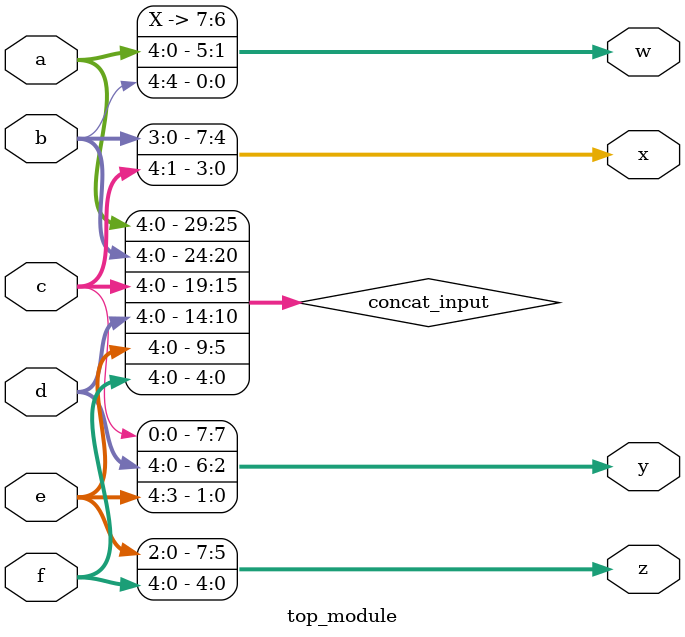
<source format=sv>
module top_module (
	input [4:0] a,
	input [4:0] b,
	input [4:0] c,
	input [4:0] d,
	input [4:0] e,
	input [4:0] f,
	output [7:0] w,
	output [7:0] x,
	output [7:0] y,
	output [7:0] z
);

	// Concatenate input vectors
	wire [29:0] concat_input;
	assign concat_input = {a, b, c, d, e, f};

	// Create output vectors by splitting the concatenated input
	assign w = concat_input[31:24];
	assign x = concat_input[23:16];
	assign y = concat_input[15:8];
	assign z = concat_input[7:0];

endmodule

</source>
